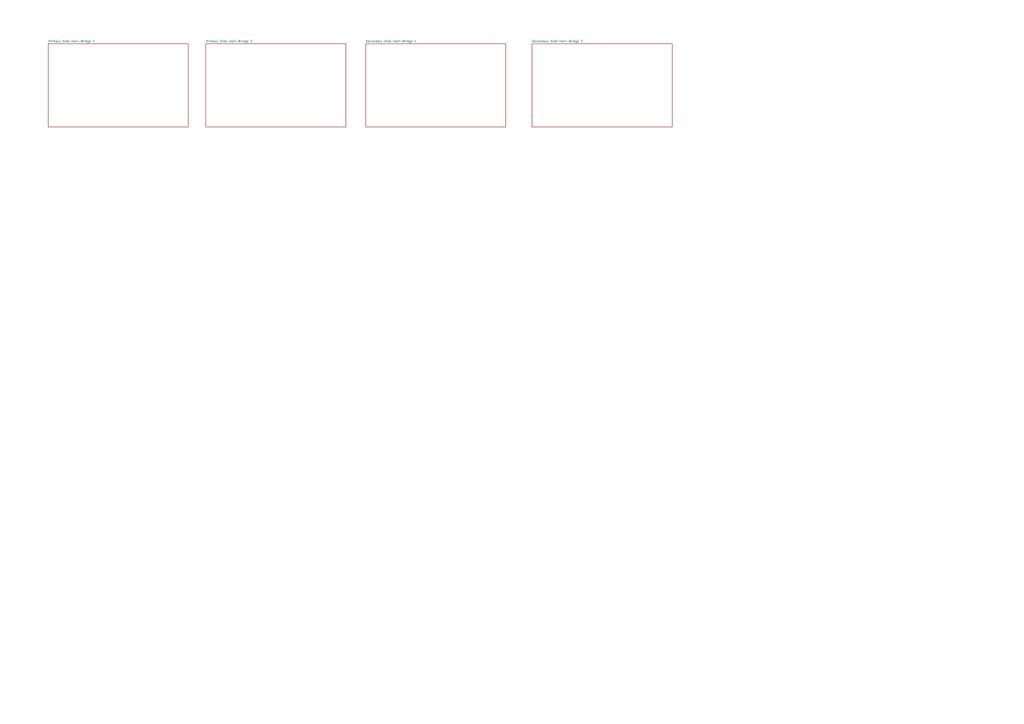
<source format=kicad_sch>
(kicad_sch
	(version 20231120)
	(generator "eeschema")
	(generator_version "8.0")
	(uuid "f6cfbc7d-296b-4fcc-b130-a6ec96f5f92b")
	(paper "A2")
	(title_block
		(title "10KW DC-DC CONVERTER")
	)
	(lib_symbols)
	(sheet
		(at 27.94 25.4)
		(size 81.28 48.26)
		(fields_autoplaced yes)
		(stroke
			(width 0.1524)
			(type solid)
		)
		(fill
			(color 0 0 0 0.0000)
		)
		(uuid "82ac129a-1da8-4d84-a9c5-ddb4c465d559")
		(property "Sheetname" "Primary Side Half-Bridge 1"
			(at 27.94 24.6884 0)
			(effects
				(font
					(size 1.27 1.27)
				)
				(justify left bottom)
			)
		)
		(property "Sheetfile" "untitled.kicad_sch"
			(at 27.94 74.2446 0)
			(effects
				(font
					(size 1.27 1.27)
				)
				(justify left top)
				(hide yes)
			)
		)
		(instances
			(project "DAB_Pablo"
				(path "/f6cfbc7d-296b-4fcc-b130-a6ec96f5f92b"
					(page "2")
				)
			)
		)
	)
	(sheet
		(at 119.38 25.4)
		(size 81.28 48.26)
		(fields_autoplaced yes)
		(stroke
			(width 0.1524)
			(type solid)
		)
		(fill
			(color 0 0 0 0.0000)
		)
		(uuid "9b9e3957-6b25-4317-97fa-a2154c0e2bf6")
		(property "Sheetname" "Primary Side Half-Bridge 2"
			(at 119.38 24.6884 0)
			(effects
				(font
					(size 1.27 1.27)
				)
				(justify left bottom)
			)
		)
		(property "Sheetfile" "Primary Side Half-Bridge 2.kicad_sch"
			(at 119.38 74.2446 0)
			(effects
				(font
					(size 1.27 1.27)
				)
				(justify left top)
				(hide yes)
			)
		)
		(instances
			(project "DAB_Pablo"
				(path "/f6cfbc7d-296b-4fcc-b130-a6ec96f5f92b"
					(page "3")
				)
			)
		)
	)
	(sheet
		(at 212.09 25.4)
		(size 81.28 48.26)
		(fields_autoplaced yes)
		(stroke
			(width 0.1524)
			(type solid)
		)
		(fill
			(color 0 0 0 0.0000)
		)
		(uuid "ece6843c-b458-48a5-bc41-8077fda452eb")
		(property "Sheetname" "Secondary Side Half-Bridge 1"
			(at 212.09 24.6884 0)
			(effects
				(font
					(size 1.27 1.27)
				)
				(justify left bottom)
			)
		)
		(property "Sheetfile" "Secondary Side Half-Bridge 1.kicad_sch"
			(at 212.09 74.2446 0)
			(effects
				(font
					(size 1.27 1.27)
				)
				(justify left top)
				(hide yes)
			)
		)
		(instances
			(project "DAB_Pablo"
				(path "/f6cfbc7d-296b-4fcc-b130-a6ec96f5f92b"
					(page "4")
				)
			)
		)
	)
	(sheet
		(at 308.61 25.4)
		(size 81.28 48.26)
		(fields_autoplaced yes)
		(stroke
			(width 0.1524)
			(type solid)
		)
		(fill
			(color 0 0 0 0.0000)
		)
		(uuid "f23c5257-4e38-4fd8-b786-b196f0a6c8f6")
		(property "Sheetname" "Secondary Side Half-Bridge 2"
			(at 308.61 24.6884 0)
			(effects
				(font
					(size 1.27 1.27)
				)
				(justify left bottom)
			)
		)
		(property "Sheetfile" "Secondary Side Half-Bridge 2.kicad_sch"
			(at 308.61 74.2446 0)
			(effects
				(font
					(size 1.27 1.27)
				)
				(justify left top)
				(hide yes)
			)
		)
		(instances
			(project "DAB_Pablo"
				(path "/f6cfbc7d-296b-4fcc-b130-a6ec96f5f92b"
					(page "5")
				)
			)
		)
	)
	(sheet_instances
		(path "/"
			(page "1")
		)
	)
)

</source>
